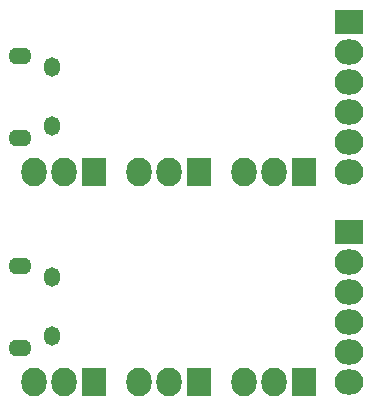
<source format=gbs>
G04 #@! TF.FileFunction,Soldermask,Bot*
%FSLAX46Y46*%
G04 Gerber Fmt 4.6, Leading zero omitted, Abs format (unit mm)*
G04 Created by KiCad (PCBNEW 4.0.0-stable) date Monday, June 13, 2016 'PMt' 12:16:50 PM*
%MOMM*%
G01*
G04 APERTURE LIST*
%ADD10C,0.100000*%
%ADD11R,2.432000X2.127200*%
%ADD12O,2.432000X2.127200*%
%ADD13R,2.127200X2.432000*%
%ADD14O,2.127200X2.432000*%
%ADD15O,1.350000X1.650000*%
%ADD16O,1.950000X1.400000*%
G04 APERTURE END LIST*
D10*
D11*
X29210000Y32385000D03*
D12*
X29210000Y29845000D03*
X29210000Y27305000D03*
X29210000Y24765000D03*
X29210000Y22225000D03*
X29210000Y19685000D03*
D13*
X25400000Y19685000D03*
D14*
X22860000Y19685000D03*
X20320000Y19685000D03*
D13*
X16510000Y19685000D03*
D14*
X13970000Y19685000D03*
X11430000Y19685000D03*
D13*
X7620000Y19685000D03*
D14*
X5080000Y19685000D03*
X2540000Y19685000D03*
D15*
X4102540Y28535900D03*
X4102540Y23535900D03*
D16*
X1402540Y29535900D03*
X1402540Y22535900D03*
D15*
X4102540Y10755900D03*
X4102540Y5755900D03*
D16*
X1402540Y11755900D03*
X1402540Y4755900D03*
D13*
X16510000Y1905000D03*
D14*
X13970000Y1905000D03*
X11430000Y1905000D03*
D13*
X7620000Y1905000D03*
D14*
X5080000Y1905000D03*
X2540000Y1905000D03*
D11*
X29210000Y14605000D03*
D12*
X29210000Y12065000D03*
X29210000Y9525000D03*
X29210000Y6985000D03*
X29210000Y4445000D03*
X29210000Y1905000D03*
D13*
X25400000Y1905000D03*
D14*
X22860000Y1905000D03*
X20320000Y1905000D03*
M02*

</source>
